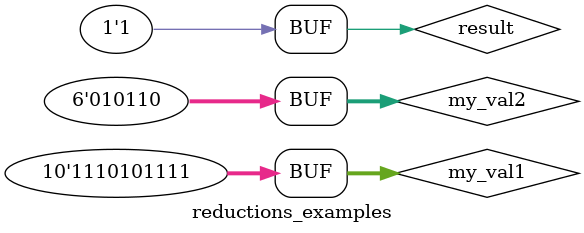
<source format=v>

module reductions_examples();
    
    reg [9:0] my_val1 = 10'b11_1010_1111;
    reg [5:0] my_val2 = 6'b01_0110;
    reg result;

    initial begin
        $monitor("MON my_val1=%b, my_val2=%b, result=%b",my_val1,my_val2,result);
    end

    initial begin
        result = &my_val1; //AND reduction
        #1; //wait 1 time unit
        result = &my_val2;

        #1;
        result = ~&my_val2; //NAND reduction
        #1;
        result = ~&my_val1; //NAND reduction

        #1;
        result = |my_val2; //OR reduction
        #1;
        result = ~|my_val2; //NOR reduction

        #1;
        result = ^my_val1; //XOR reduction
        #1;
        result = ~^my_val1; //XNOR reduction
    end

endmodule
</source>
